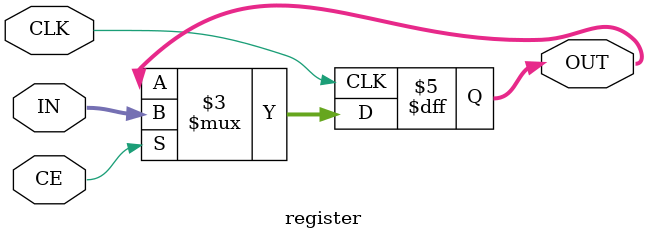
<source format=v>
`timescale 1ns / 1ps


module register(
    input CE, //clock enable
    // OE (output enable) excluded as it is implemented
    // in the data bus
    input CLK,
    input [7:0] IN,
    output reg [7:0] OUT
    );
    
    initial
        OUT <= 8'd0;
    
    always @(negedge CLK)
        if (CE)
            OUT <= IN;
    
endmodule

</source>
